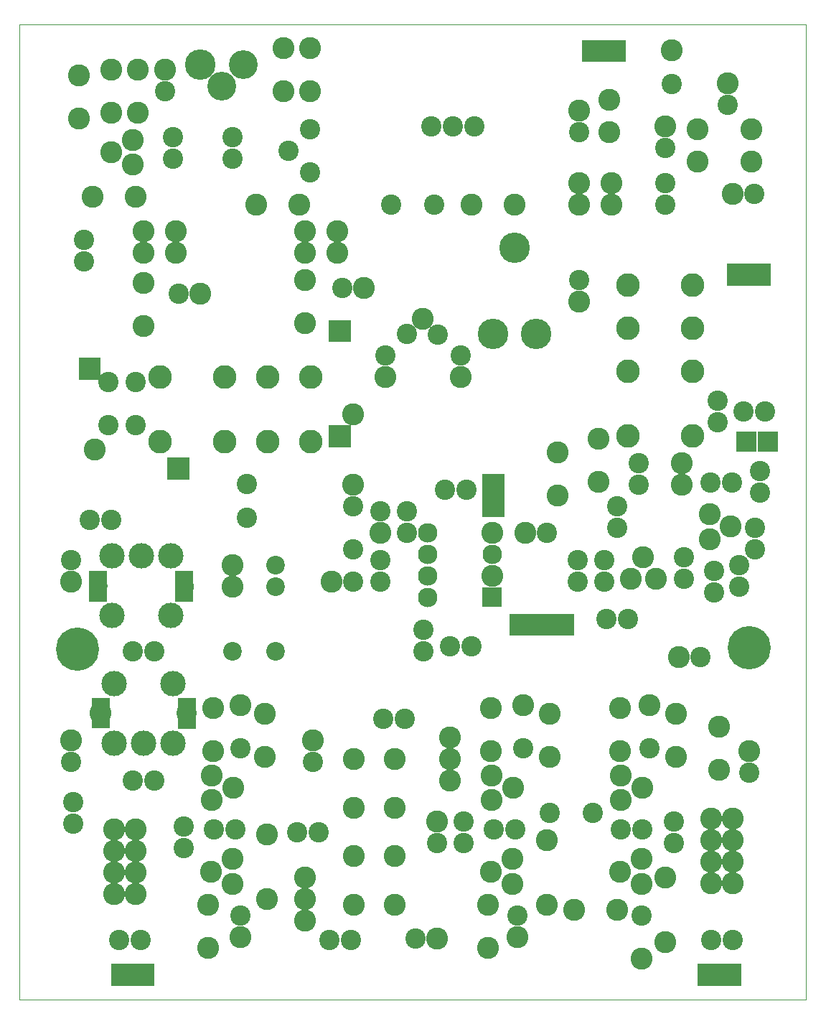
<source format=gbr>
%FSLAX34Y34*%
%MOMM*%
%LNSOLDERMASK_BOTTOM*%
G71*
G01*
%ADD10C, 0.00*%
%ADD11C, 2.60*%
%ADD12C, 2.80*%
%ADD13C, 2.40*%
%ADD14C, 2.40*%
%ADD15C, 3.60*%
%ADD16C, 2.60*%
%ADD17C, 2.60*%
%ADD18C, 3.40*%
%ADD19C, 3.00*%
%ADD20C, 2.20*%
%ADD21C, 3.60*%
%ADD22C, 2.30*%
%ADD23C, 2.60*%
%ADD24C, 2.40*%
%ADD25C, 2.20*%
%ADD26C, 2.25*%
%ADD27C, 2.60*%
%ADD28C, 5.10*%
%LPD*%
G54D10*
X0Y1000000D02*
X928000Y1000000D01*
X928000Y-150000D01*
X0Y-150000D01*
X0Y1000000D01*
X815975Y63500D02*
G54D11*
D03*
X841375Y63500D02*
G54D11*
D03*
X841375Y38100D02*
G54D11*
D03*
X815975Y38100D02*
G54D11*
D03*
X815975Y12700D02*
G54D11*
D03*
X841375Y12700D02*
G54D11*
D03*
X841375Y-12700D02*
G54D11*
D03*
X815975Y-12700D02*
G54D11*
D03*
X111125Y50800D02*
G54D11*
D03*
X136525Y50800D02*
G54D11*
D03*
X136525Y25400D02*
G54D11*
D03*
X111125Y25400D02*
G54D11*
D03*
X111125Y0D02*
G54D11*
D03*
X136525Y0D02*
G54D11*
D03*
X136525Y-25400D02*
G54D11*
D03*
X111125Y-25400D02*
G54D11*
D03*
X165335Y507615D02*
G54D12*
D03*
X165335Y583815D02*
G54D12*
D03*
X241535Y507615D02*
G54D12*
D03*
X292335Y507615D02*
G54D12*
D03*
X343135Y507615D02*
G54D12*
D03*
X241535Y583815D02*
G54D12*
D03*
X292335Y583815D02*
G54D12*
D03*
X343135Y583815D02*
G54D12*
D03*
X793750Y514350D02*
G54D12*
D03*
X717550Y514350D02*
G54D12*
D03*
X793750Y590550D02*
G54D12*
D03*
X793750Y641350D02*
G54D12*
D03*
X793750Y692150D02*
G54D12*
D03*
X717550Y590550D02*
G54D12*
D03*
X717550Y641350D02*
G54D12*
D03*
X717550Y692150D02*
G54D12*
D03*
X457200Y635000D02*
G54D13*
D03*
X475300Y652700D02*
G54D13*
D03*
X493600Y634000D02*
G54D13*
D03*
X485775Y879475D02*
G54D14*
D03*
X511175Y879475D02*
G54D14*
D03*
X536575Y879475D02*
G54D14*
D03*
X342900Y825500D02*
G54D13*
D03*
X342900Y876300D02*
G54D13*
D03*
X317500Y850900D02*
G54D13*
D03*
X558800Y635000D02*
G54D15*
D03*
X609600Y635000D02*
G54D15*
D03*
X584200Y736600D02*
G54D15*
D03*
X698500Y812800D02*
G54D16*
D03*
X660400Y812800D02*
G54D16*
D03*
X660400Y787400D02*
G54D16*
D03*
X698500Y787400D02*
G54D16*
D03*
X374650Y755650D02*
G54D16*
D03*
X336550Y755650D02*
G54D16*
D03*
X336550Y730250D02*
G54D16*
D03*
X374650Y730250D02*
G54D16*
D03*
X184150Y755650D02*
G54D16*
D03*
X146050Y755650D02*
G54D16*
D03*
X146050Y730250D02*
G54D16*
D03*
X184150Y730250D02*
G54D16*
D03*
X800100Y838200D02*
G54D16*
D03*
X800100Y876300D02*
G54D16*
D03*
X695325Y873125D02*
G54D16*
D03*
X695325Y911225D02*
G54D16*
D03*
X520700Y609600D02*
G54D13*
D03*
X520700Y584200D02*
G54D13*
D03*
X431800Y609600D02*
G54D13*
D03*
X431800Y584200D02*
G54D13*
D03*
X660400Y698500D02*
G54D13*
D03*
X660400Y673100D02*
G54D13*
D03*
X136525Y577850D02*
G54D13*
D03*
X136525Y527050D02*
G54D13*
D03*
X730250Y482600D02*
G54D13*
D03*
X781050Y482600D02*
G54D13*
D03*
X104775Y527050D02*
G54D13*
D03*
X104775Y577850D02*
G54D13*
D03*
X730250Y457200D02*
G54D13*
D03*
X781050Y457200D02*
G54D13*
D03*
X133350Y863600D02*
G54D17*
D03*
X108246Y848814D02*
G54D17*
D03*
X133350Y834426D02*
G54D17*
D03*
X250825Y15875D02*
G54D17*
D03*
X225721Y1090D02*
G54D17*
D03*
X250825Y-13299D02*
G54D17*
D03*
X581025Y15875D02*
G54D17*
D03*
X555921Y1090D02*
G54D17*
D03*
X581025Y-13299D02*
G54D17*
D03*
X226623Y85181D02*
G54D17*
D03*
X251727Y99966D02*
G54D17*
D03*
X226623Y114354D02*
G54D17*
D03*
X556823Y85181D02*
G54D17*
D03*
X581927Y99966D02*
G54D17*
D03*
X556823Y114355D02*
G54D17*
D03*
X733425Y15875D02*
G54D17*
D03*
X708321Y1090D02*
G54D17*
D03*
X733425Y-13299D02*
G54D17*
D03*
X709223Y85180D02*
G54D17*
D03*
X734327Y99966D02*
G54D17*
D03*
X709223Y114354D02*
G54D17*
D03*
X342900Y971550D02*
G54D11*
D03*
X342900Y920750D02*
G54D11*
D03*
X311150Y971550D02*
G54D11*
D03*
X311150Y920750D02*
G54D11*
D03*
X330200Y787400D02*
G54D11*
D03*
X279400Y787400D02*
G54D11*
D03*
X336550Y698500D02*
G54D11*
D03*
X336550Y647700D02*
G54D11*
D03*
X146050Y695325D02*
G54D11*
D03*
X146050Y644525D02*
G54D11*
D03*
X69850Y939800D02*
G54D11*
D03*
X69850Y889000D02*
G54D11*
D03*
X107950Y946150D02*
G54D11*
D03*
X107950Y895350D02*
G54D11*
D03*
X139700Y946150D02*
G54D11*
D03*
X139700Y895350D02*
G54D11*
D03*
X171450Y946150D02*
G54D13*
D03*
X171450Y920750D02*
G54D13*
D03*
X136525Y796925D02*
G54D11*
D03*
X85725Y796925D02*
G54D11*
D03*
X263525Y952500D02*
G54D18*
D03*
X212725Y952500D02*
G54D18*
D03*
X238125Y927100D02*
G54D18*
D03*
X180975Y866775D02*
G54D13*
D03*
X180975Y841375D02*
G54D13*
D03*
X250825Y866775D02*
G54D13*
D03*
X250825Y841375D02*
G54D13*
D03*
X406400Y688975D02*
G54D13*
D03*
X381000Y688975D02*
G54D13*
D03*
X212725Y682625D02*
G54D13*
D03*
X187325Y682625D02*
G54D13*
D03*
X438150Y787400D02*
G54D13*
D03*
X488950Y787400D02*
G54D13*
D03*
X584200Y787400D02*
G54D11*
D03*
X533400Y787400D02*
G54D11*
D03*
X863600Y838200D02*
G54D16*
D03*
X863600Y876300D02*
G54D16*
D03*
X835025Y930275D02*
G54D13*
D03*
X835025Y904875D02*
G54D13*
D03*
X762000Y879475D02*
G54D13*
D03*
X762000Y854075D02*
G54D13*
D03*
X762000Y812800D02*
G54D13*
D03*
X762000Y787400D02*
G54D13*
D03*
X866775Y800100D02*
G54D13*
D03*
X841375Y800100D02*
G54D13*
D03*
X660400Y898525D02*
G54D13*
D03*
X660400Y873125D02*
G54D13*
D03*
X769300Y969325D02*
G54D13*
D03*
X769300Y929325D02*
G54D13*
D03*
G36*
X688675Y981375D02*
X714675Y981375D01*
X714675Y955375D01*
X688675Y955375D01*
X688675Y981375D01*
G37*
G36*
X663280Y981380D02*
X689280Y981380D01*
X689280Y955380D01*
X663280Y955380D01*
X663280Y981380D01*
G37*
X108559Y372952D02*
G54D19*
D03*
X143558Y372952D02*
G54D19*
D03*
X178558Y372952D02*
G54D19*
D03*
X108574Y302825D02*
G54D19*
D03*
X178575Y302825D02*
G54D19*
D03*
G36*
X81952Y355481D02*
X102952Y355481D01*
X102952Y319481D01*
X81952Y319481D01*
X81952Y355481D01*
G37*
G36*
X183561Y355184D02*
X204561Y355184D01*
X204561Y319184D01*
X183561Y319184D01*
X183561Y355184D01*
G37*
X181141Y152122D02*
G54D19*
D03*
X146142Y152122D02*
G54D19*
D03*
X111142Y152122D02*
G54D19*
D03*
X181126Y222250D02*
G54D19*
D03*
X111125Y222250D02*
G54D19*
D03*
G36*
X207748Y169594D02*
X186748Y169594D01*
X186748Y205594D01*
X207748Y205594D01*
X207748Y169594D01*
G37*
G36*
X106139Y169891D02*
X85139Y169891D01*
X85139Y205891D01*
X106139Y205891D01*
X106139Y169891D01*
G37*
X60325Y368300D02*
G54D13*
D03*
X60325Y342900D02*
G54D13*
D03*
X60325Y155575D02*
G54D13*
D03*
X60325Y130175D02*
G54D13*
D03*
X107950Y415925D02*
G54D13*
D03*
X82550Y415925D02*
G54D13*
D03*
X158750Y107950D02*
G54D13*
D03*
X133350Y107950D02*
G54D13*
D03*
X158750Y260350D02*
G54D13*
D03*
X133350Y260350D02*
G54D13*
D03*
X442800Y76200D02*
G54D11*
D03*
X394400Y76200D02*
G54D11*
D03*
X442800Y19050D02*
G54D11*
D03*
X394400Y19050D02*
G54D11*
D03*
X442800Y-38100D02*
G54D11*
D03*
X394400Y-38100D02*
G54D11*
D03*
X222250Y-38100D02*
G54D11*
D03*
X222250Y-88900D02*
G54D11*
D03*
X552450Y-38100D02*
G54D11*
D03*
X552450Y-88900D02*
G54D11*
D03*
X288925Y187325D02*
G54D11*
D03*
X288925Y136525D02*
G54D11*
D03*
X228600Y193675D02*
G54D11*
D03*
X228600Y142875D02*
G54D11*
D03*
X254853Y50324D02*
G54D13*
D03*
X229453Y50324D02*
G54D13*
D03*
X585053Y50324D02*
G54D13*
D03*
X559653Y50324D02*
G54D13*
D03*
X555625Y193675D02*
G54D11*
D03*
X555625Y142875D02*
G54D11*
D03*
X625475Y187325D02*
G54D11*
D03*
X625475Y136525D02*
G54D11*
D03*
X193675Y53975D02*
G54D13*
D03*
X193675Y28575D02*
G54D13*
D03*
X260350Y-50800D02*
G54D13*
D03*
X260350Y-76200D02*
G54D13*
D03*
X734278Y50324D02*
G54D13*
D03*
X708878Y50324D02*
G54D13*
D03*
X708025Y193675D02*
G54D11*
D03*
X708025Y142875D02*
G54D11*
D03*
X774700Y187325D02*
G54D11*
D03*
X774700Y136525D02*
G54D11*
D03*
X587375Y-50800D02*
G54D13*
D03*
X587375Y-76200D02*
G54D13*
D03*
X260350Y196850D02*
G54D13*
D03*
X260350Y146050D02*
G54D13*
D03*
X593725Y196850D02*
G54D13*
D03*
X593725Y146050D02*
G54D13*
D03*
X742950Y196850D02*
G54D13*
D03*
X742950Y146050D02*
G54D13*
D03*
X676275Y69850D02*
G54D13*
D03*
X625475Y69850D02*
G54D13*
D03*
X76200Y746125D02*
G54D13*
D03*
X76200Y720725D02*
G54D13*
D03*
G36*
X174325Y489250D02*
X200325Y489250D01*
X200325Y463250D01*
X174325Y463250D01*
X174325Y489250D01*
G37*
G36*
X364825Y527350D02*
X390825Y527350D01*
X390825Y501350D01*
X364825Y501350D01*
X364825Y527350D01*
G37*
G36*
X364825Y651175D02*
X390825Y651175D01*
X390825Y625175D01*
X364825Y625175D01*
X364825Y651175D01*
G37*
G36*
X69550Y606725D02*
X95550Y606725D01*
X95550Y580725D01*
X69550Y580725D01*
X69550Y606725D01*
G37*
X88900Y498470D02*
G54D16*
D03*
X343130Y583820D02*
G54D16*
D03*
X793750Y514350D02*
G54D16*
D03*
X781050Y482600D02*
G54D11*
D03*
X781050Y457200D02*
G54D11*
D03*
X222250Y-88900D02*
G54D11*
D03*
X552450Y-88900D02*
G54D11*
D03*
X654050Y-44450D02*
G54D11*
D03*
X250825Y260350D02*
G54D20*
D03*
X250825Y336550D02*
G54D20*
D03*
X250825Y361950D02*
G54D20*
D03*
X301625Y361950D02*
G54D20*
D03*
X301625Y336550D02*
G54D20*
D03*
X301625Y260350D02*
G54D20*
D03*
X475300Y652700D02*
G54D11*
D03*
X406400Y688970D02*
G54D11*
D03*
X431800Y584200D02*
G54D11*
D03*
X212720Y682620D02*
G54D11*
D03*
X60320Y342900D02*
G54D11*
D03*
X60320Y155570D02*
G54D11*
D03*
X69850Y939800D02*
G54D11*
D03*
X107950Y946150D02*
G54D11*
D03*
X171450Y946150D02*
G54D11*
D03*
X311150Y971550D02*
G54D11*
D03*
X342900Y971550D02*
G54D11*
D03*
X660400Y898530D02*
G54D11*
D03*
X769300Y969330D02*
G54D11*
D03*
X835030Y930270D02*
G54D11*
D03*
X762000Y879480D02*
G54D11*
D03*
X841370Y800100D02*
G54D11*
D03*
X660400Y673100D02*
G54D11*
D03*
X520700Y584200D02*
G54D11*
D03*
X609600Y635000D02*
G54D21*
D03*
X212720Y952500D02*
G54D21*
D03*
X346075Y155575D02*
G54D13*
D03*
X346075Y130175D02*
G54D13*
D03*
X492125Y60325D02*
G54D13*
D03*
X492125Y34925D02*
G54D13*
D03*
X492125Y-77788D02*
G54D13*
D03*
X466725Y-77788D02*
G54D13*
D03*
G36*
X546025Y312896D02*
X546025Y335896D01*
X569025Y335896D01*
X569025Y312896D01*
X546025Y312896D01*
G37*
X557525Y349796D02*
G54D22*
D03*
X557525Y375196D02*
G54D22*
D03*
X557525Y400596D02*
G54D22*
D03*
X481325Y400596D02*
G54D22*
D03*
X481325Y375196D02*
G54D22*
D03*
X481325Y349796D02*
G54D22*
D03*
X481325Y324396D02*
G54D22*
D03*
X750443Y346532D02*
G54D17*
D03*
X735658Y371636D02*
G54D17*
D03*
X721269Y346531D02*
G54D17*
D03*
X813998Y393156D02*
G54D17*
D03*
X839102Y407941D02*
G54D17*
D03*
X813998Y422330D02*
G54D17*
D03*
X267650Y418150D02*
G54D13*
D03*
X267650Y458150D02*
G54D13*
D03*
X267650Y418150D02*
G54D22*
D03*
X511180Y879480D02*
G54D22*
D03*
X292100Y44450D02*
G54D11*
D03*
X292100Y-31750D02*
G54D11*
D03*
X622300Y38100D02*
G54D11*
D03*
X622300Y-38100D02*
G54D11*
D03*
X742950Y196850D02*
G54D11*
D03*
X593730Y196850D02*
G54D11*
D03*
X260350Y196850D02*
G54D11*
D03*
X733420Y-101600D02*
G54D11*
D03*
X704850Y-44450D02*
G54D11*
D03*
X654050Y-44450D02*
G54D11*
D03*
X762000Y-6350D02*
G54D11*
D03*
X762000Y-82550D02*
G54D11*
D03*
X733425Y-50800D02*
G54D13*
D03*
X733425Y-101600D02*
G54D13*
D03*
X250830Y361950D02*
G54D11*
D03*
X393700Y539750D02*
G54D11*
D03*
X393700Y457200D02*
G54D11*
D03*
X508000Y266700D02*
G54D13*
D03*
X533400Y266700D02*
G54D13*
D03*
X476250Y285750D02*
G54D13*
D03*
X476250Y260350D02*
G54D13*
D03*
X425450Y368300D02*
G54D13*
D03*
X425450Y342900D02*
G54D13*
D03*
X557520Y349800D02*
G54D11*
D03*
X557520Y400600D02*
G54D11*
D03*
X393700Y381000D02*
G54D13*
D03*
X393700Y431800D02*
G54D13*
D03*
X368300Y342900D02*
G54D13*
D03*
X393700Y342900D02*
G54D13*
D03*
X368300Y342900D02*
G54D11*
D03*
X457200Y425450D02*
G54D13*
D03*
X457200Y400050D02*
G54D13*
D03*
X425450Y425450D02*
G54D13*
D03*
X425450Y400050D02*
G54D13*
D03*
X425450Y400050D02*
G54D11*
D03*
X527050Y450850D02*
G54D13*
D03*
X501650Y450850D02*
G54D13*
D03*
G36*
X545800Y470200D02*
X571800Y470200D01*
X571800Y444200D01*
X545800Y444200D01*
X545800Y470200D01*
G37*
G36*
X545800Y444800D02*
X571800Y444800D01*
X571800Y418800D01*
X545800Y418800D01*
X545800Y444800D01*
G37*
G36*
X577550Y305100D02*
X603550Y305100D01*
X603550Y279100D01*
X577550Y279100D01*
X577550Y305100D01*
G37*
G36*
X602950Y305100D02*
X628950Y305100D01*
X628950Y279100D01*
X602950Y279100D01*
X602950Y305100D01*
G37*
G36*
X628350Y305100D02*
X654350Y305100D01*
X654350Y279100D01*
X628350Y279100D01*
X628350Y305100D01*
G37*
X690050Y368412D02*
G54D13*
D03*
X690050Y343012D02*
G54D13*
D03*
X750440Y346530D02*
G54D11*
D03*
X692150Y298450D02*
G54D13*
D03*
X717550Y298450D02*
G54D13*
D03*
X658300Y368412D02*
G54D13*
D03*
X658300Y343012D02*
G54D13*
D03*
X596900Y400050D02*
G54D13*
D03*
X622300Y400050D02*
G54D13*
D03*
X596900Y400050D02*
G54D11*
D03*
X635000Y444500D02*
G54D11*
D03*
X635000Y495300D02*
G54D11*
D03*
X784064Y346236D02*
G54D13*
D03*
X784064Y371636D02*
G54D13*
D03*
X819150Y330200D02*
G54D13*
D03*
X819150Y355600D02*
G54D13*
D03*
X111130Y-25400D02*
G54D11*
D03*
X111130Y0D02*
G54D11*
D03*
X136530Y0D02*
G54D11*
D03*
X136530Y50800D02*
G54D11*
D03*
X260350Y-76200D02*
G54D11*
D03*
X587370Y-76200D02*
G54D11*
D03*
X815975Y-12700D02*
G54D11*
D03*
X841370Y63500D02*
G54D11*
D03*
X841370Y12700D02*
G54D11*
D03*
X815980Y12700D02*
G54D11*
D03*
X442800Y133350D02*
G54D11*
D03*
X394400Y133350D02*
G54D11*
D03*
X771525Y60325D02*
G54D13*
D03*
X771525Y34925D02*
G54D13*
D03*
X142875Y-79375D02*
G54D13*
D03*
X117475Y-79375D02*
G54D13*
D03*
G36*
X107650Y-107650D02*
X133650Y-107650D01*
X133650Y-133650D01*
X107650Y-133650D01*
X107650Y-107650D01*
G37*
G36*
X133050Y-107650D02*
X159050Y-107650D01*
X159050Y-133650D01*
X133050Y-133650D01*
X133050Y-107650D01*
G37*
X841375Y-79375D02*
G54D13*
D03*
X815975Y-79375D02*
G54D13*
D03*
G36*
X825200Y-107650D02*
X851200Y-107650D01*
X851200Y-133650D01*
X825200Y-133650D01*
X825200Y-107650D01*
G37*
G36*
X799800Y-107650D02*
X825800Y-107650D01*
X825800Y-133650D01*
X799800Y-133650D01*
X799800Y-107650D01*
G37*
X860425Y142875D02*
G54D13*
D03*
X860425Y117475D02*
G54D13*
D03*
X803275Y254000D02*
G54D13*
D03*
X777875Y254000D02*
G54D13*
D03*
X825500Y120650D02*
G54D11*
D03*
X825500Y171450D02*
G54D11*
D03*
X860430Y142880D02*
G54D11*
D03*
X777875Y254000D02*
G54D11*
D03*
X508000Y133350D02*
G54D11*
D03*
X508000Y107950D02*
G54D11*
D03*
X508000Y158750D02*
G54D11*
D03*
X492130Y60320D02*
G54D11*
D03*
X523875Y60325D02*
G54D13*
D03*
X523875Y34925D02*
G54D13*
D03*
X346070Y155570D02*
G54D11*
D03*
X492125Y-77788D02*
G54D11*
D03*
X336550Y-6350D02*
G54D11*
D03*
X336550Y-31750D02*
G54D11*
D03*
X336550Y-57150D02*
G54D11*
D03*
X352425Y47625D02*
G54D13*
D03*
X327025Y47625D02*
G54D13*
D03*
X704850Y406400D02*
G54D13*
D03*
X704850Y431800D02*
G54D13*
D03*
X704850Y406400D02*
G54D13*
D03*
X840127Y460011D02*
G54D13*
D03*
X814727Y460011D02*
G54D13*
D03*
X848800Y362062D02*
G54D13*
D03*
X848800Y336662D02*
G54D13*
D03*
X867850Y381110D02*
G54D13*
D03*
X848800Y336660D02*
G54D13*
D03*
X873125Y473075D02*
G54D13*
D03*
X873125Y447675D02*
G54D13*
D03*
G36*
X869250Y496000D02*
X845250Y496000D01*
X845250Y520000D01*
X869250Y520000D01*
X869250Y496000D01*
G37*
G36*
X894650Y496000D02*
X870650Y496000D01*
X870650Y520000D01*
X894650Y520000D01*
X894650Y496000D01*
G37*
X879314Y543086D02*
G54D13*
D03*
X853914Y543086D02*
G54D13*
D03*
X879314Y543086D02*
G54D13*
D03*
X823400Y555737D02*
G54D13*
D03*
X823400Y530336D02*
G54D13*
D03*
X867850Y406512D02*
G54D13*
D03*
X867850Y381112D02*
G54D13*
D03*
X95640Y187890D02*
G54D23*
D03*
X197250Y187590D02*
G54D24*
D03*
X92450Y337480D02*
G54D25*
D03*
X194060Y337180D02*
G54D26*
D03*
X63500Y57150D02*
G54D13*
D03*
X63500Y82550D02*
G54D13*
D03*
G36*
X834725Y717850D02*
X860725Y717850D01*
X860725Y691850D01*
X834725Y691850D01*
X834725Y717850D01*
G37*
G36*
X860130Y717850D02*
X886130Y717850D01*
X886130Y691850D01*
X860130Y691850D01*
X860130Y717850D01*
G37*
X250830Y336550D02*
G54D27*
D03*
X682625Y460375D02*
G54D11*
D03*
X682625Y511175D02*
G54D11*
D03*
X860425Y265118D02*
G54D28*
D03*
X68258Y263530D02*
G54D28*
D03*
X390525Y-79375D02*
G54D13*
D03*
X365125Y-79375D02*
G54D13*
D03*
X454025Y180975D02*
G54D13*
D03*
X428625Y180975D02*
G54D13*
D03*
M02*

</source>
